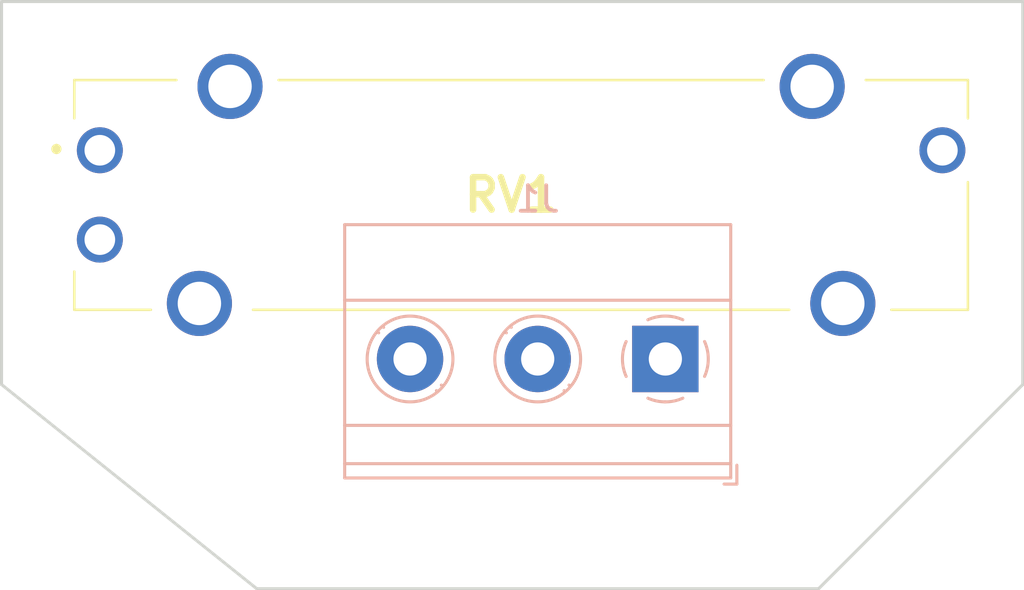
<source format=kicad_pcb>
(kicad_pcb (version 20171130) (host pcbnew "(5.1.6)-1")

  (general
    (thickness 1.6)
    (drawings 6)
    (tracks 0)
    (zones 0)
    (modules 2)
    (nets 4)
  )

  (page A4)
  (layers
    (0 F.Cu signal)
    (31 B.Cu signal)
    (32 B.Adhes user)
    (33 F.Adhes user)
    (34 B.Paste user)
    (35 F.Paste user)
    (36 B.SilkS user)
    (37 F.SilkS user)
    (38 B.Mask user)
    (39 F.Mask user)
    (40 Dwgs.User user)
    (41 Cmts.User user)
    (42 Eco1.User user)
    (43 Eco2.User user)
    (44 Edge.Cuts user)
    (45 Margin user)
    (46 B.CrtYd user)
    (47 F.CrtYd user)
    (48 B.Fab user hide)
    (49 F.Fab user hide)
  )

  (setup
    (last_trace_width 0.2)
    (user_trace_width 0.6)
    (trace_clearance 0.2)
    (zone_clearance 0.3)
    (zone_45_only no)
    (trace_min 0.1)
    (via_size 0.6)
    (via_drill 0.3)
    (via_min_size 0.6)
    (via_min_drill 0.2)
    (uvia_size 0.3)
    (uvia_drill 0.1)
    (uvias_allowed no)
    (uvia_min_size 0.2)
    (uvia_min_drill 0.1)
    (edge_width 0.12)
    (segment_width 0.12)
    (pcb_text_width 0.3)
    (pcb_text_size 1.5 1.5)
    (mod_edge_width 0.12)
    (mod_text_size 1 1)
    (mod_text_width 0.15)
    (pad_size 11 11)
    (pad_drill 5.1)
    (pad_to_mask_clearance 0.051)
    (solder_mask_min_width 0.25)
    (aux_axis_origin 0 0)
    (visible_elements 7FFFFFFF)
    (pcbplotparams
      (layerselection 0x010fc_ffffffff)
      (usegerberextensions false)
      (usegerberattributes false)
      (usegerberadvancedattributes false)
      (creategerberjobfile false)
      (excludeedgelayer true)
      (linewidth 0.100000)
      (plotframeref false)
      (viasonmask false)
      (mode 1)
      (useauxorigin false)
      (hpglpennumber 1)
      (hpglpenspeed 20)
      (hpglpendiameter 15.000000)
      (psnegative false)
      (psa4output false)
      (plotreference true)
      (plotvalue true)
      (plotinvisibletext false)
      (padsonsilk false)
      (subtractmaskfromsilk false)
      (outputformat 1)
      (mirror false)
      (drillshape 0)
      (scaleselection 1)
      (outputdirectory "../gerber/"))
  )

  (net 0 "")
  (net 1 "Net-(J1-Pad1)")
  (net 2 "Net-(J1-Pad2)")
  (net 3 "Net-(J1-Pad3)")

  (net_class Default "This is the default net class."
    (clearance 0.2)
    (trace_width 0.2)
    (via_dia 0.6)
    (via_drill 0.3)
    (uvia_dia 0.3)
    (uvia_drill 0.1)
    (add_net "Net-(J1-Pad1)")
    (add_net "Net-(J1-Pad2)")
    (add_net "Net-(J1-Pad3)")
  )

  (net_class Minimal ""
    (clearance 0.1)
    (trace_width 0.1)
    (via_dia 0.6)
    (via_drill 0.2)
    (uvia_dia 0.3)
    (uvia_drill 0.1)
  )

  (module connectors:TerminalBlock_03_P5.00mm (layer B.Cu) (tedit 5FB3E21E) (tstamp 60A31528)
    (at 151 95 180)
    (descr "Terminal Block Phoenix MKDS-1,5-3, 3 pins, pitch 5mm, size 15x9.8mm^2, drill diamater 1.3mm, pad diameter 2.6mm, see http://www.farnell.com/datasheets/100425.pdf, script-generated using https://github.com/pointhi/kicad-footprint-generator/scripts/TerminalBlock_Phoenix")
    (tags "THT Terminal Block Phoenix MKDS-1,5-3 pitch 5mm size 15x9.8mm^2 drill 1.3mm pad 2.6mm")
    (path /60A2E704)
    (fp_text reference J1 (at 5 6.26) (layer B.SilkS)
      (effects (font (size 1 1) (thickness 0.15)) (justify mirror))
    )
    (fp_text value Screw_Terminal_01x03 (at 5 -5.66) (layer B.Fab)
      (effects (font (size 1 1) (thickness 0.15)) (justify mirror))
    )
    (fp_line (start 13 5.71) (end -3 5.71) (layer B.CrtYd) (width 0.05))
    (fp_line (start 13 -5.1) (end 13 5.71) (layer B.CrtYd) (width 0.05))
    (fp_line (start -3 -5.1) (end 13 -5.1) (layer B.CrtYd) (width 0.05))
    (fp_line (start -3 5.71) (end -3 -5.1) (layer B.CrtYd) (width 0.05))
    (fp_line (start -2.8 -4.9) (end -2.3 -4.9) (layer B.SilkS) (width 0.12))
    (fp_line (start -2.8 -4.16) (end -2.8 -4.9) (layer B.SilkS) (width 0.12))
    (fp_line (start 8.773 -1.023) (end 8.726 -1.069) (layer B.SilkS) (width 0.12))
    (fp_line (start 11.07 1.275) (end 11.035 1.239) (layer B.SilkS) (width 0.12))
    (fp_line (start 8.966 -1.239) (end 8.931 -1.274) (layer B.SilkS) (width 0.12))
    (fp_line (start 11.275 1.069) (end 11.228 1.023) (layer B.SilkS) (width 0.12))
    (fp_line (start 10.955 1.138) (end 8.863 -0.955) (layer B.Fab) (width 0.1))
    (fp_line (start 11.138 0.955) (end 9.046 -1.138) (layer B.Fab) (width 0.1))
    (fp_line (start 3.773 -1.023) (end 3.726 -1.069) (layer B.SilkS) (width 0.12))
    (fp_line (start 6.07 1.275) (end 6.035 1.239) (layer B.SilkS) (width 0.12))
    (fp_line (start 3.966 -1.239) (end 3.931 -1.274) (layer B.SilkS) (width 0.12))
    (fp_line (start 6.275 1.069) (end 6.228 1.023) (layer B.SilkS) (width 0.12))
    (fp_line (start 5.955 1.138) (end 3.863 -0.955) (layer B.Fab) (width 0.1))
    (fp_line (start 6.138 0.955) (end 4.046 -1.138) (layer B.Fab) (width 0.1))
    (fp_line (start 0.955 1.138) (end -1.138 -0.955) (layer B.Fab) (width 0.1))
    (fp_line (start 1.138 0.955) (end -0.955 -1.138) (layer B.Fab) (width 0.1))
    (fp_line (start 12.56 5.261) (end 12.56 -4.66) (layer B.SilkS) (width 0.12))
    (fp_line (start -2.56 5.261) (end -2.56 -4.66) (layer B.SilkS) (width 0.12))
    (fp_line (start -2.56 -4.66) (end 12.56 -4.66) (layer B.SilkS) (width 0.12))
    (fp_line (start -2.56 5.261) (end 12.56 5.261) (layer B.SilkS) (width 0.12))
    (fp_line (start -2.56 2.301) (end 12.56 2.301) (layer B.SilkS) (width 0.12))
    (fp_line (start -2.5 2.3) (end 12.5 2.3) (layer B.Fab) (width 0.1))
    (fp_line (start -2.56 -2.6) (end 12.56 -2.6) (layer B.SilkS) (width 0.12))
    (fp_line (start -2.5 -2.6) (end 12.5 -2.6) (layer B.Fab) (width 0.1))
    (fp_line (start -2.56 -4.1) (end 12.56 -4.1) (layer B.SilkS) (width 0.12))
    (fp_line (start -2.5 -4.1) (end 12.5 -4.1) (layer B.Fab) (width 0.1))
    (fp_line (start -2.5 -4.1) (end -2.5 5.2) (layer B.Fab) (width 0.1))
    (fp_line (start -2 -4.6) (end -2.5 -4.1) (layer B.Fab) (width 0.1))
    (fp_line (start 12.5 -4.6) (end -2 -4.6) (layer B.Fab) (width 0.1))
    (fp_line (start 12.5 5.2) (end 12.5 -4.6) (layer B.Fab) (width 0.1))
    (fp_line (start -2.5 5.2) (end 12.5 5.2) (layer B.Fab) (width 0.1))
    (fp_circle (center 10 0) (end 11.68 0) (layer B.SilkS) (width 0.12))
    (fp_circle (center 10 0) (end 11.5 0) (layer B.Fab) (width 0.1))
    (fp_circle (center 5 0) (end 6.68 0) (layer B.SilkS) (width 0.12))
    (fp_circle (center 5 0) (end 6.5 0) (layer B.Fab) (width 0.1))
    (fp_circle (center 0 0) (end 1.5 0) (layer B.Fab) (width 0.1))
    (fp_arc (start 0 0) (end 0 -1.68) (angle 24) (layer B.SilkS) (width 0.12))
    (fp_arc (start 0 0) (end 1.535 -0.684) (angle 48) (layer B.SilkS) (width 0.12))
    (fp_arc (start 0 0) (end 0.684 1.535) (angle 48) (layer B.SilkS) (width 0.12))
    (fp_arc (start 0 0) (end -1.535 0.684) (angle 48) (layer B.SilkS) (width 0.12))
    (fp_arc (start 0 0) (end -0.684 -1.535) (angle 25) (layer B.SilkS) (width 0.12))
    (fp_text user %R (at 5 -3.2) (layer B.Fab)
      (effects (font (size 1 1) (thickness 0.15)) (justify mirror))
    )
    (pad 1 thru_hole rect (at 0 0 180) (size 2.6 2.6) (drill 1.3) (layers *.Cu *.Mask)
      (net 1 "Net-(J1-Pad1)"))
    (pad 2 thru_hole circle (at 5 0 180) (size 2.6 2.6) (drill 1.3) (layers *.Cu *.Mask)
      (net 2 "Net-(J1-Pad2)"))
    (pad 3 thru_hole circle (at 10 0 180) (size 2.6 2.6) (drill 1.3) (layers *.Cu *.Mask)
      (net 3 "Net-(J1-Pad3)"))
    (model ${PRIVATE_LIB}/packages3d/connectors.3dshapes/Phoenix_pxc_1935174_03_PT-1-5-3-5-0-H_3D.stp
      (offset (xyz -25 -44.5 -39))
      (scale (xyz 1 1 1))
      (rotate (xyz -90 0 -90))
    )
  )

  (module potentiometer:PTA20432015DPB103 (layer F.Cu) (tedit 60A2B8E6) (tstamp 60A3154A)
    (at 128.850001 86.825001)
    (descr PTA2043-2015DPB103-1)
    (tags "Variable Resistor")
    (path /60A2ECEA)
    (fp_text reference RV1 (at 16.1 1.75) (layer F.SilkS)
      (effects (font (size 1.27 1.27) (thickness 0.254)))
    )
    (fp_text value Slide (at 16.1 1.75) (layer F.SilkS) hide
      (effects (font (size 1.27 1.27) (thickness 0.254)))
    )
    (fp_line (start -1 -2.75) (end 34 -2.75) (layer F.Fab) (width 0.2))
    (fp_line (start 34 -2.75) (end 34 6.25) (layer F.Fab) (width 0.2))
    (fp_line (start 34 6.25) (end -1 6.25) (layer F.Fab) (width 0.2))
    (fp_line (start -1 6.25) (end -1 -2.75) (layer F.Fab) (width 0.2))
    (fp_line (start -2.8 -4.775) (end 35 -4.775) (layer F.CrtYd) (width 0.1))
    (fp_line (start 35 -4.775) (end 35 8.275) (layer F.CrtYd) (width 0.1))
    (fp_line (start 35 8.275) (end -2.8 8.275) (layer F.CrtYd) (width 0.1))
    (fp_line (start -2.8 8.275) (end -2.8 -4.775) (layer F.CrtYd) (width 0.1))
    (fp_line (start -1.7 -0.15) (end -1.7 -0.15) (layer F.SilkS) (width 0.2))
    (fp_line (start -1.7 0.05) (end -1.7 0.05) (layer F.SilkS) (width 0.2))
    (fp_line (start 3 -2.75) (end -1 -2.75) (layer F.SilkS) (width 0.1))
    (fp_line (start -1 -2.75) (end -1 -1.25) (layer F.SilkS) (width 0.1))
    (fp_line (start 2 6.25) (end -1 6.25) (layer F.SilkS) (width 0.1))
    (fp_line (start -1 6.25) (end -1 4.75) (layer F.SilkS) (width 0.1))
    (fp_line (start 31 6.25) (end 34 6.25) (layer F.SilkS) (width 0.1))
    (fp_line (start 34 6.25) (end 34 1.25) (layer F.SilkS) (width 0.1))
    (fp_line (start 30 -2.75) (end 34 -2.75) (layer F.SilkS) (width 0.1))
    (fp_line (start 34 -2.75) (end 34 -1.25) (layer F.SilkS) (width 0.1))
    (fp_line (start 7 -2.75) (end 26 -2.75) (layer F.SilkS) (width 0.1))
    (fp_line (start 6 6.25) (end 27 6.25) (layer F.SilkS) (width 0.1))
    (fp_text user %R (at 16.1 1.75) (layer F.Fab)
      (effects (font (size 1.27 1.27) (thickness 0.254)))
    )
    (fp_arc (start -1.7 -0.05) (end -1.7 -0.15) (angle -180) (layer F.SilkS) (width 0.2))
    (fp_arc (start -1.7 -0.05) (end -1.7 0.05) (angle -180) (layer F.SilkS) (width 0.2))
    (pad 1 thru_hole circle (at 0 0) (size 1.8 1.8) (drill 1.2) (layers *.Cu *.Mask)
      (net 1 "Net-(J1-Pad1)"))
    (pad 2 thru_hole circle (at 0 3.5) (size 1.8 1.8) (drill 1.2) (layers *.Cu *.Mask)
      (net 2 "Net-(J1-Pad2)"))
    (pad 3 thru_hole circle (at 33 0) (size 1.8 1.8) (drill 1.2) (layers *.Cu *.Mask)
      (net 3 "Net-(J1-Pad3)"))
    (pad MH1 thru_hole circle (at 5.1 -2.5) (size 2.55 2.55) (drill 1.7) (layers *.Cu *.Mask))
    (pad MH2 thru_hole circle (at 27.9 -2.5) (size 2.55 2.55) (drill 1.7) (layers *.Cu *.Mask))
    (pad MH3 thru_hole circle (at 3.9 6) (size 2.55 2.55) (drill 1.7) (layers *.Cu *.Mask))
    (pad MH4 thru_hole circle (at 29.1 6) (size 2.55 2.55) (drill 1.7) (layers *.Cu *.Mask))
    (model ${PRIVATE_LIB}/packages3d/potentiometer.3dshapes/PTA2043-2015DPB103.stp
      (offset (xyz 57 18 13))
      (scale (xyz 1 1 1))
      (rotate (xyz -90 0 0))
    )
  )

  (gr_line (start 125 96) (end 125 81) (layer Edge.Cuts) (width 0.12) (tstamp 60A316DC))
  (gr_line (start 135 104) (end 125 96) (layer Edge.Cuts) (width 0.12))
  (gr_line (start 157 104) (end 135 104) (layer Edge.Cuts) (width 0.12))
  (gr_line (start 165 96) (end 157 104) (layer Edge.Cuts) (width 0.12))
  (gr_line (start 165 81) (end 165 96) (layer Edge.Cuts) (width 0.12))
  (gr_line (start 125 81) (end 165 81) (layer Edge.Cuts) (width 0.12))

)

</source>
